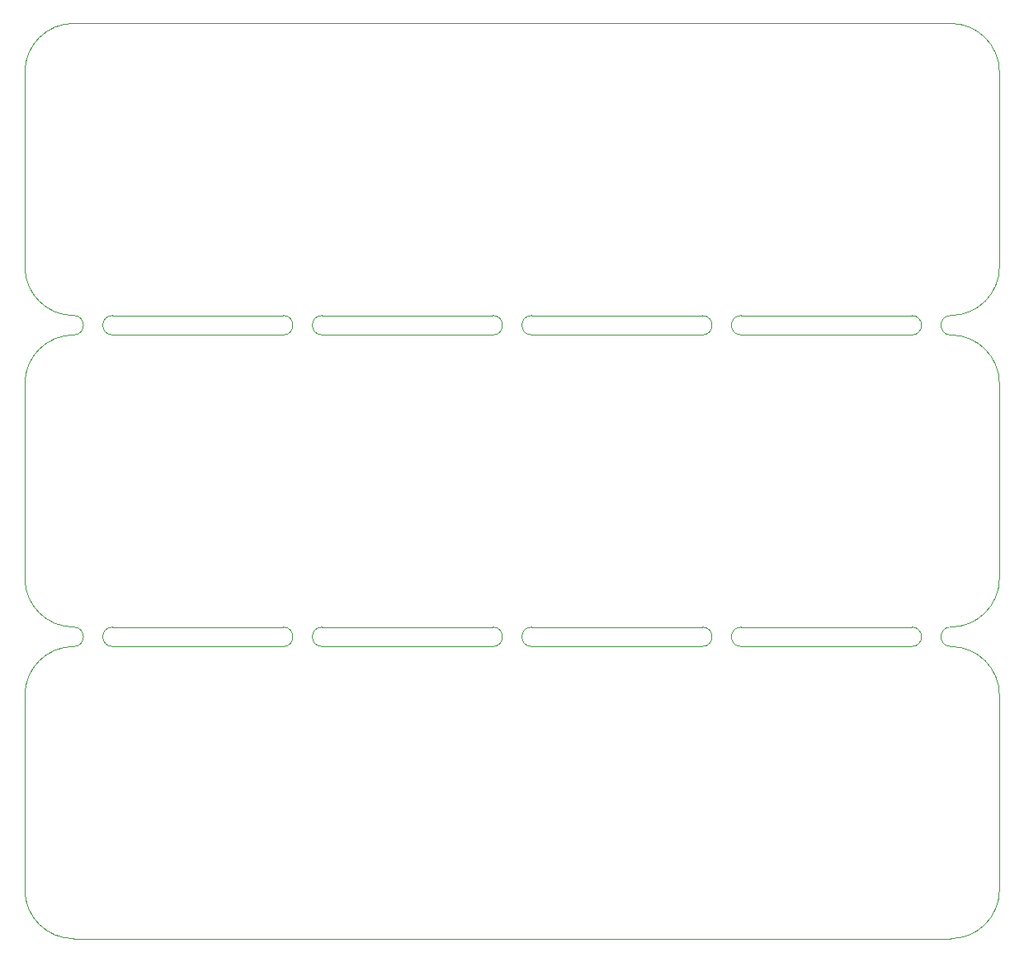
<source format=gbr>
%TF.GenerationSoftware,KiCad,Pcbnew,8.0.5*%
%TF.CreationDate,2024-11-15T20:40:57-05:00*%
%TF.ProjectId,One-8-DM5,4f6e652d-382d-4444-9d35-2e6b69636164,rev?*%
%TF.SameCoordinates,Original*%
%TF.FileFunction,Profile,NP*%
%FSLAX46Y46*%
G04 Gerber Fmt 4.6, Leading zero omitted, Abs format (unit mm)*
G04 Created by KiCad (PCBNEW 8.0.5) date 2024-11-15 20:40:57*
%MOMM*%
%LPD*%
G01*
G04 APERTURE LIST*
%TA.AperFunction,Profile*%
%ADD10C,0.100000*%
%TD*%
G04 APERTURE END LIST*
D10*
X176762500Y-109850000D02*
X194262500Y-109850000D01*
X129762500Y-139850001D02*
G75*
G02*
X124762499Y-134850000I0J5000001D01*
G01*
X172762500Y-107850000D02*
X155262500Y-107850000D01*
X133762500Y-107850000D02*
X151262500Y-107850000D01*
X215762500Y-77850000D02*
X198262500Y-77850000D01*
X198262500Y-77850000D02*
G75*
G02*
X198262500Y-75850000I0J1000000D01*
G01*
X224762500Y-70850000D02*
G75*
G02*
X219762500Y-75850000I-5000000J0D01*
G01*
X176762500Y-77850000D02*
G75*
G02*
X176762500Y-75850000I0J1000000D01*
G01*
X133762500Y-109850000D02*
G75*
G02*
X133762500Y-107850000I0J1000000D01*
G01*
X219762500Y-109850000D02*
G75*
G02*
X224762500Y-114850000I0J-5000000D01*
G01*
X194262500Y-75850000D02*
X176762500Y-75850000D01*
X194262500Y-75850000D02*
G75*
G02*
X194262500Y-77850000I0J-1000000D01*
G01*
X176762500Y-109850000D02*
G75*
G02*
X176762500Y-107850000I0J1000000D01*
G01*
X219762500Y-45850000D02*
X129762500Y-45850000D01*
X194262500Y-107850000D02*
X176762500Y-107850000D01*
X172762500Y-75850000D02*
G75*
G02*
X172762500Y-77850000I0J-1000000D01*
G01*
X194262500Y-107850000D02*
G75*
G02*
X194262500Y-109850000I0J-1000000D01*
G01*
X219762500Y-77850000D02*
G75*
G02*
X219762500Y-75850000I0J1000000D01*
G01*
X215762500Y-109850000D02*
X198262500Y-109850000D01*
X219762500Y-77850000D02*
G75*
G02*
X224762500Y-82850000I0J-5000000D01*
G01*
X155262500Y-77850000D02*
X172762500Y-77850000D01*
X124762500Y-82850000D02*
G75*
G02*
X129762500Y-77850000I5000000J0D01*
G01*
X219762500Y-109850000D02*
G75*
G02*
X219762500Y-107850000I0J1000000D01*
G01*
X151262500Y-77850000D02*
X133762500Y-77850000D01*
X224762500Y-114850000D02*
X224762500Y-134850000D01*
X224762500Y-134850000D02*
G75*
G02*
X219762500Y-139850000I-5000000J0D01*
G01*
X151262500Y-107850000D02*
G75*
G02*
X151262500Y-109850000I0J-1000000D01*
G01*
X224762500Y-102850000D02*
G75*
G02*
X219762500Y-107850000I-5000000J0D01*
G01*
X198262500Y-107850000D02*
X215762500Y-107850000D01*
X129762500Y-139850001D02*
X219762500Y-139850000D01*
X124762500Y-82850000D02*
X124762500Y-102850000D01*
X219762500Y-45850000D02*
G75*
G02*
X224762500Y-50850000I0J-5000000D01*
G01*
X124762500Y-50850000D02*
G75*
G02*
X129762500Y-45850000I5000000J0D01*
G01*
X129762500Y-107850000D02*
G75*
G02*
X124762500Y-102850000I0J5000000D01*
G01*
X155262500Y-109850000D02*
G75*
G02*
X155262500Y-107850000I0J1000000D01*
G01*
X133762500Y-75850000D02*
X151262500Y-75850000D01*
X129762500Y-75850000D02*
G75*
G02*
X124762500Y-70850000I0J5000000D01*
G01*
X224762500Y-82850000D02*
X224762500Y-102850000D01*
X215762500Y-75850000D02*
G75*
G02*
X215762500Y-77850000I0J-1000000D01*
G01*
X198262500Y-109850000D02*
G75*
G02*
X198262500Y-107850000I0J1000000D01*
G01*
X129762500Y-75850000D02*
G75*
G02*
X129762500Y-77850000I0J-1000000D01*
G01*
X176762500Y-77850000D02*
X194262500Y-77850000D01*
X133762500Y-77850000D02*
G75*
G02*
X133762500Y-75850000I0J1000000D01*
G01*
X172762500Y-107850000D02*
G75*
G02*
X172762500Y-109850000I0J-1000000D01*
G01*
X151262500Y-75850000D02*
G75*
G02*
X151262500Y-77850000I0J-1000000D01*
G01*
X124762500Y-114850000D02*
G75*
G02*
X129762500Y-109850000I5000000J0D01*
G01*
X224762500Y-70850000D02*
X224762500Y-50850000D01*
X124762500Y-70850000D02*
X124762500Y-50850000D01*
X198262500Y-75850000D02*
X215762500Y-75850000D01*
X155262500Y-77850000D02*
G75*
G02*
X155262500Y-75850000I0J1000000D01*
G01*
X124762500Y-114850000D02*
X124762500Y-134850000D01*
X172762500Y-75850000D02*
X155262500Y-75850000D01*
X155262500Y-109850000D02*
X172762500Y-109850000D01*
X151262500Y-109850000D02*
X133762500Y-109850000D01*
X215762500Y-107850000D02*
G75*
G02*
X215762500Y-109850000I0J-1000000D01*
G01*
X129762500Y-107850000D02*
G75*
G02*
X129762500Y-109850000I0J-1000000D01*
G01*
M02*

</source>
